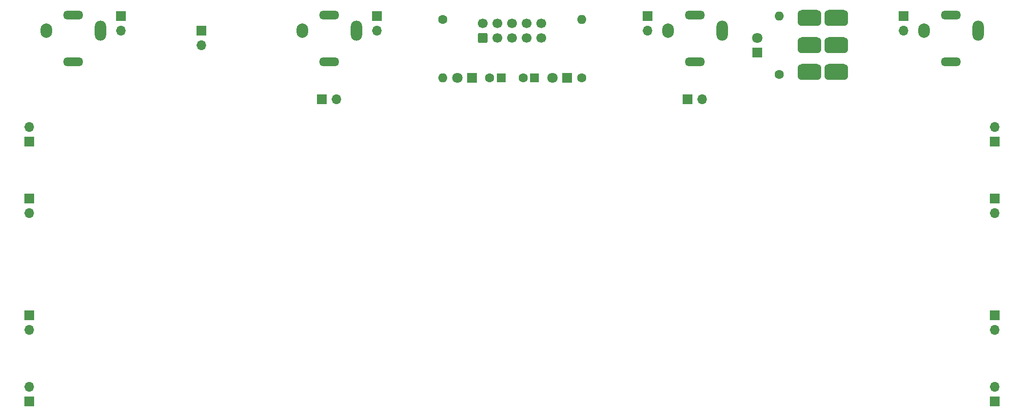
<source format=gbr>
%TF.GenerationSoftware,KiCad,Pcbnew,7.0.10-7.0.10~ubuntu22.04.1*%
%TF.CreationDate,2024-01-14T18:56:41-05:00*%
%TF.ProjectId,euro_1x,6575726f-5f31-4782-9e6b-696361645f70,rev?*%
%TF.SameCoordinates,Original*%
%TF.FileFunction,Soldermask,Top*%
%TF.FilePolarity,Negative*%
%FSLAX46Y46*%
G04 Gerber Fmt 4.6, Leading zero omitted, Abs format (unit mm)*
G04 Created by KiCad (PCBNEW 7.0.10-7.0.10~ubuntu22.04.1) date 2024-01-14 18:56:41*
%MOMM*%
%LPD*%
G01*
G04 APERTURE LIST*
G04 Aperture macros list*
%AMRoundRect*
0 Rectangle with rounded corners*
0 $1 Rounding radius*
0 $2 $3 $4 $5 $6 $7 $8 $9 X,Y pos of 4 corners*
0 Add a 4 corners polygon primitive as box body*
4,1,4,$2,$3,$4,$5,$6,$7,$8,$9,$2,$3,0*
0 Add four circle primitives for the rounded corners*
1,1,$1+$1,$2,$3*
1,1,$1+$1,$4,$5*
1,1,$1+$1,$6,$7*
1,1,$1+$1,$8,$9*
0 Add four rect primitives between the rounded corners*
20,1,$1+$1,$2,$3,$4,$5,0*
20,1,$1+$1,$4,$5,$6,$7,0*
20,1,$1+$1,$6,$7,$8,$9,0*
20,1,$1+$1,$8,$9,$2,$3,0*%
G04 Aperture macros list end*
%ADD10R,1.700000X1.700000*%
%ADD11O,1.700000X1.700000*%
%ADD12R,1.600000X1.600000*%
%ADD13C,1.600000*%
%ADD14R,1.800000X1.800000*%
%ADD15C,1.800000*%
%ADD16O,2.000000X3.500000*%
%ADD17O,2.000000X2.500000*%
%ADD18O,3.500000X1.500000*%
%ADD19RoundRect,0.250000X0.600000X-0.600000X0.600000X0.600000X-0.600000X0.600000X-0.600000X-0.600000X0*%
%ADD20C,1.700000*%
%ADD21RoundRect,0.698500X-1.333500X-0.698500X1.333500X-0.698500X1.333500X0.698500X-1.333500X0.698500X0*%
%ADD22O,1.600000X1.600000*%
G04 APERTURE END LIST*
D10*
%TO.C,J9*%
X68580000Y-125476000D03*
D11*
X68580000Y-122936000D03*
%TD*%
D10*
%TO.C,J13*%
X236220000Y-110490000D03*
D11*
X236220000Y-113030000D03*
%TD*%
D10*
%TO.C,J7*%
X236220000Y-125476000D03*
D11*
X236220000Y-122936000D03*
%TD*%
D10*
%TO.C,JP1*%
X84455000Y-58420000D03*
D11*
X84455000Y-60960000D03*
%TD*%
D10*
%TO.C,JP2*%
X220345000Y-58420000D03*
D11*
X220345000Y-60960000D03*
%TD*%
D12*
%TO.C,C2*%
X150495000Y-69215000D03*
D13*
X148495000Y-69215000D03*
%TD*%
D10*
%TO.C,JP4*%
X175895000Y-58420000D03*
D11*
X175895000Y-60960000D03*
%TD*%
D10*
%TO.C,J14*%
X119380000Y-72898000D03*
D11*
X121920000Y-72898000D03*
%TD*%
D14*
%TO.C,D3*%
X194945000Y-64770000D03*
D15*
X194945000Y-62230000D03*
%TD*%
D10*
%TO.C,JP3*%
X128905000Y-58420000D03*
D11*
X128905000Y-60960000D03*
%TD*%
D16*
%TO.C,J3*%
X233300000Y-60995000D03*
D17*
X223900000Y-60995000D03*
D18*
X228600000Y-66395000D03*
X228600000Y-58295000D03*
%TD*%
D10*
%TO.C,J8*%
X68580000Y-80264000D03*
D11*
X68580000Y-77724000D03*
%TD*%
D19*
%TO.C,J1*%
X147320000Y-62230000D03*
D20*
X147320000Y-59690000D03*
X149860000Y-62230000D03*
X149860000Y-59690000D03*
X152400000Y-62230000D03*
X152400000Y-59690000D03*
X154940000Y-62230000D03*
X154940000Y-59690000D03*
X157480000Y-62230000D03*
X157480000Y-59690000D03*
%TD*%
D14*
%TO.C,D2*%
X145415000Y-69215000D03*
D15*
X142875000Y-69215000D03*
%TD*%
D16*
%TO.C,J5*%
X188850000Y-60995000D03*
D17*
X179450000Y-60995000D03*
D18*
X184150000Y-66395000D03*
X184150000Y-58295000D03*
%TD*%
D21*
%TO.C,SW1*%
X204025500Y-58801000D03*
X204025500Y-63500000D03*
X204025500Y-68199000D03*
X208724500Y-58801000D03*
X208724500Y-63500000D03*
X208724500Y-68199000D03*
%TD*%
D16*
%TO.C,J2*%
X80900000Y-60995000D03*
D17*
X71500000Y-60995000D03*
D18*
X76200000Y-66395000D03*
X76200000Y-58295000D03*
%TD*%
D16*
%TO.C,J4*%
X125350000Y-60995000D03*
D17*
X115950000Y-60995000D03*
D18*
X120650000Y-66395000D03*
X120650000Y-58295000D03*
%TD*%
D10*
%TO.C,J12*%
X68580000Y-110490000D03*
D11*
X68580000Y-113030000D03*
%TD*%
D14*
%TO.C,D1*%
X161925000Y-69215000D03*
D15*
X159385000Y-69215000D03*
%TD*%
D10*
%TO.C,J6*%
X236220000Y-80264000D03*
D11*
X236220000Y-77724000D03*
%TD*%
D10*
%TO.C,J18*%
X98425000Y-60960000D03*
D11*
X98425000Y-63500000D03*
%TD*%
D13*
%TO.C,R3*%
X198755000Y-68580000D03*
D22*
X198755000Y-58420000D03*
%TD*%
D10*
%TO.C,J15*%
X182880000Y-72898000D03*
D11*
X185420000Y-72898000D03*
%TD*%
D12*
%TO.C,C1*%
X156305000Y-69215000D03*
D13*
X154305000Y-69215000D03*
%TD*%
D10*
%TO.C,J11*%
X236220000Y-90170000D03*
D11*
X236220000Y-92710000D03*
%TD*%
D10*
%TO.C,J10*%
X68580000Y-90170000D03*
D11*
X68580000Y-92710000D03*
%TD*%
D13*
%TO.C,R1*%
X164465000Y-69215000D03*
D22*
X164465000Y-59055000D03*
%TD*%
D13*
%TO.C,R2*%
X140335000Y-59055000D03*
D22*
X140335000Y-69215000D03*
%TD*%
M02*

</source>
